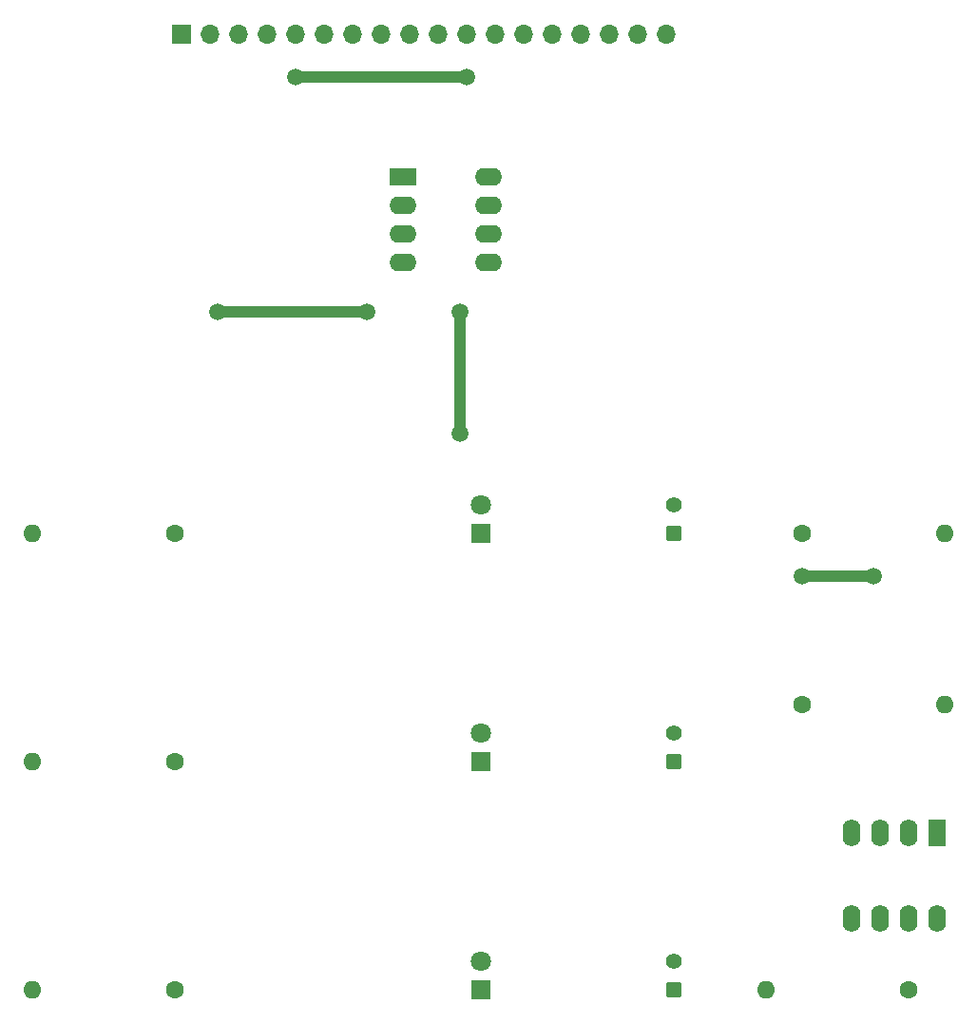
<source format=gbr>
%TF.GenerationSoftware,KiCad,Pcbnew,(5.0.1)-4*%
%TF.CreationDate,2021-04-02T16:30:22+02:00*%
%TF.ProjectId,carte_PhotodectionSuiveurTrans,63617274655F50686F746F6465637469,rev?*%
%TF.SameCoordinates,Original*%
%TF.FileFunction,Copper,L1,Top,Signal*%
%TF.FilePolarity,Positive*%
%FSLAX46Y46*%
G04 Gerber Fmt 4.6, Leading zero omitted, Abs format (unit mm)*
G04 Created by KiCad (PCBNEW (5.0.1)-4) date 02/04/2021 16:30:22*
%MOMM*%
%LPD*%
G01*
G04 APERTURE LIST*
%TA.AperFunction,ComponentPad*%
%ADD10R,1.700000X1.700000*%
%TD*%
%TA.AperFunction,ComponentPad*%
%ADD11O,1.700000X1.700000*%
%TD*%
%TA.AperFunction,ComponentPad*%
%ADD12R,1.800000X1.800000*%
%TD*%
%TA.AperFunction,ComponentPad*%
%ADD13C,1.800000*%
%TD*%
%TA.AperFunction,ComponentPad*%
%ADD14O,1.600000X1.600000*%
%TD*%
%TA.AperFunction,ComponentPad*%
%ADD15C,1.600000*%
%TD*%
%TA.AperFunction,ComponentPad*%
%ADD16R,2.400000X1.600000*%
%TD*%
%TA.AperFunction,ComponentPad*%
%ADD17O,2.400000X1.600000*%
%TD*%
%TA.AperFunction,ComponentPad*%
%ADD18R,1.600000X2.400000*%
%TD*%
%TA.AperFunction,ComponentPad*%
%ADD19O,1.600000X2.400000*%
%TD*%
%TA.AperFunction,ComponentPad*%
%ADD20C,1.400000*%
%TD*%
%TA.AperFunction,Conductor*%
%ADD21C,0.100000*%
%TD*%
%TA.AperFunction,ViaPad*%
%ADD22C,1.500000*%
%TD*%
%TA.AperFunction,Conductor*%
%ADD23C,1.000000*%
%TD*%
G04 APERTURE END LIST*
D10*
%TO.P,J1,1*%
%TO.N,Net-(J1-Pad1)*%
X184150000Y-46355000D03*
D11*
%TO.P,J1,2*%
%TO.N,Net-(J1-Pad2)*%
X186690000Y-46355000D03*
%TO.P,J1,3*%
%TO.N,Net-(J1-Pad3)*%
X189230000Y-46355000D03*
%TO.P,J1,4*%
%TO.N,GND*%
X191770000Y-46355000D03*
%TO.P,J1,5*%
%TO.N,IN1*%
X194310000Y-46355000D03*
%TO.P,J1,6*%
%TO.N,IN2*%
X196850000Y-46355000D03*
%TO.P,J1,7*%
%TO.N,GND*%
X199390000Y-46355000D03*
%TO.P,J1,8*%
%TO.N,OUT1*%
X201930000Y-46355000D03*
%TO.P,J1,9*%
%TO.N,OUT2*%
X204470000Y-46355000D03*
%TO.P,J1,10*%
%TO.N,OUT3*%
X207010000Y-46355000D03*
%TO.P,J1,11*%
%TO.N,IN1*%
X209550000Y-46355000D03*
%TO.P,J1,12*%
%TO.N,GND*%
X212090000Y-46355000D03*
%TO.P,J1,13*%
%TO.N,-15V*%
X214630000Y-46355000D03*
%TO.P,J1,14*%
%TO.N,GND*%
X217170000Y-46355000D03*
%TO.P,J1,15*%
%TO.N,+15V*%
X219710000Y-46355000D03*
%TO.P,J1,16*%
%TO.N,GND*%
X222250000Y-46355000D03*
%TO.P,J1,17*%
%TO.N,5V*%
X224790000Y-46355000D03*
%TO.P,J1,18*%
%TO.N,3.3V*%
X227330000Y-46355000D03*
%TD*%
D12*
%TO.P,D1,1*%
%TO.N,Net-(D1-Pad1)*%
X210820000Y-90805000D03*
D13*
%TO.P,D1,2*%
%TO.N,LED_IN*%
X210820000Y-88265000D03*
%TD*%
%TO.P,D2,2*%
%TO.N,LED_IN*%
X210820000Y-108585000D03*
D12*
%TO.P,D2,1*%
%TO.N,Net-(D2-Pad1)*%
X210820000Y-111125000D03*
%TD*%
%TO.P,D3,1*%
%TO.N,Net-(D3-Pad1)*%
X210820000Y-131445000D03*
D13*
%TO.P,D3,2*%
%TO.N,LED_IN*%
X210820000Y-128905000D03*
%TD*%
D14*
%TO.P,R1,2*%
%TO.N,GND*%
X170815000Y-90805000D03*
D15*
%TO.P,R1,1*%
%TO.N,Net-(D1-Pad1)*%
X183515000Y-90805000D03*
%TD*%
D14*
%TO.P,R2,2*%
%TO.N,GND*%
X170815000Y-111125000D03*
D15*
%TO.P,R2,1*%
%TO.N,Net-(D2-Pad1)*%
X183515000Y-111125000D03*
%TD*%
D14*
%TO.P,R3,2*%
%TO.N,GND*%
X170815000Y-131445000D03*
D15*
%TO.P,R3,1*%
%TO.N,Net-(D3-Pad1)*%
X183515000Y-131445000D03*
%TD*%
%TO.P,R4,1*%
%TO.N,OUT1*%
X239395000Y-90805000D03*
D14*
%TO.P,R4,2*%
%TO.N,GND*%
X252095000Y-90805000D03*
%TD*%
D15*
%TO.P,R5,1*%
%TO.N,Net-(D5-Pad2)*%
X239395000Y-106045000D03*
D14*
%TO.P,R5,2*%
%TO.N,GND*%
X252095000Y-106045000D03*
%TD*%
D15*
%TO.P,R6,1*%
%TO.N,OUT3*%
X248920000Y-131445000D03*
D14*
%TO.P,R6,2*%
%TO.N,Net-(D6-Pad1)*%
X236220000Y-131445000D03*
%TD*%
D16*
%TO.P,U2,1*%
%TO.N,Net-(U2-Pad1)*%
X203835000Y-59055000D03*
D17*
%TO.P,U2,5*%
%TO.N,Net-(U2-Pad5)*%
X211455000Y-66675000D03*
%TO.P,U2,2*%
%TO.N,LED_IN*%
X203835000Y-61595000D03*
%TO.P,U2,6*%
X211455000Y-64135000D03*
%TO.P,U2,3*%
%TO.N,IN1*%
X203835000Y-64135000D03*
%TO.P,U2,7*%
%TO.N,+15V*%
X211455000Y-61595000D03*
%TO.P,U2,4*%
%TO.N,-15V*%
X203835000Y-66675000D03*
%TO.P,U2,8*%
%TO.N,Net-(U2-Pad8)*%
X211455000Y-59055000D03*
%TD*%
D18*
%TO.P,U1,1*%
%TO.N,OUT2*%
X251460000Y-117475000D03*
D19*
%TO.P,U1,5*%
%TO.N,GND*%
X243840000Y-125095000D03*
%TO.P,U1,2*%
%TO.N,OUT2*%
X248920000Y-117475000D03*
%TO.P,U1,6*%
%TO.N,Net-(D6-Pad1)*%
X246380000Y-125095000D03*
%TO.P,U1,3*%
%TO.N,Net-(D5-Pad2)*%
X246380000Y-117475000D03*
%TO.P,U1,7*%
%TO.N,OUT3*%
X248920000Y-125095000D03*
%TO.P,U1,4*%
%TO.N,-15V*%
X243840000Y-117475000D03*
%TO.P,U1,8*%
%TO.N,+15V*%
X251460000Y-125095000D03*
%TD*%
D20*
%TO.P,D4,2*%
%TO.N,OUT1*%
X227965000Y-88265000D03*
D21*
%TD*%
%TO.N,+15V*%
%TO.C,D4*%
G36*
X228440226Y-90126200D02*
X228464417Y-90129788D01*
X228488139Y-90135730D01*
X228511165Y-90143969D01*
X228533272Y-90154425D01*
X228554248Y-90166998D01*
X228573891Y-90181566D01*
X228592011Y-90197989D01*
X228608434Y-90216109D01*
X228623002Y-90235752D01*
X228635575Y-90256728D01*
X228646031Y-90278835D01*
X228654270Y-90301861D01*
X228660212Y-90325583D01*
X228663800Y-90349774D01*
X228665000Y-90374200D01*
X228665000Y-91275800D01*
X228663800Y-91300226D01*
X228660212Y-91324417D01*
X228654270Y-91348139D01*
X228646031Y-91371165D01*
X228635575Y-91393272D01*
X228623002Y-91414248D01*
X228608434Y-91433891D01*
X228592011Y-91452011D01*
X228573891Y-91468434D01*
X228554248Y-91483002D01*
X228533272Y-91495575D01*
X228511165Y-91506031D01*
X228488139Y-91514270D01*
X228464417Y-91520212D01*
X228440226Y-91523800D01*
X228415800Y-91525000D01*
X227514200Y-91525000D01*
X227489774Y-91523800D01*
X227465583Y-91520212D01*
X227441861Y-91514270D01*
X227418835Y-91506031D01*
X227396728Y-91495575D01*
X227375752Y-91483002D01*
X227356109Y-91468434D01*
X227337989Y-91452011D01*
X227321566Y-91433891D01*
X227306998Y-91414248D01*
X227294425Y-91393272D01*
X227283969Y-91371165D01*
X227275730Y-91348139D01*
X227269788Y-91324417D01*
X227266200Y-91300226D01*
X227265000Y-91275800D01*
X227265000Y-90374200D01*
X227266200Y-90349774D01*
X227269788Y-90325583D01*
X227275730Y-90301861D01*
X227283969Y-90278835D01*
X227294425Y-90256728D01*
X227306998Y-90235752D01*
X227321566Y-90216109D01*
X227337989Y-90197989D01*
X227356109Y-90181566D01*
X227375752Y-90166998D01*
X227396728Y-90154425D01*
X227418835Y-90143969D01*
X227441861Y-90135730D01*
X227465583Y-90129788D01*
X227489774Y-90126200D01*
X227514200Y-90125000D01*
X228415800Y-90125000D01*
X228440226Y-90126200D01*
X228440226Y-90126200D01*
G37*
D20*
%TO.P,D4,1*%
%TO.N,+15V*%
X227965000Y-90825000D03*
%TD*%
D21*
%TO.N,+15V*%
%TO.C,D5*%
G36*
X228440226Y-110446200D02*
X228464417Y-110449788D01*
X228488139Y-110455730D01*
X228511165Y-110463969D01*
X228533272Y-110474425D01*
X228554248Y-110486998D01*
X228573891Y-110501566D01*
X228592011Y-110517989D01*
X228608434Y-110536109D01*
X228623002Y-110555752D01*
X228635575Y-110576728D01*
X228646031Y-110598835D01*
X228654270Y-110621861D01*
X228660212Y-110645583D01*
X228663800Y-110669774D01*
X228665000Y-110694200D01*
X228665000Y-111595800D01*
X228663800Y-111620226D01*
X228660212Y-111644417D01*
X228654270Y-111668139D01*
X228646031Y-111691165D01*
X228635575Y-111713272D01*
X228623002Y-111734248D01*
X228608434Y-111753891D01*
X228592011Y-111772011D01*
X228573891Y-111788434D01*
X228554248Y-111803002D01*
X228533272Y-111815575D01*
X228511165Y-111826031D01*
X228488139Y-111834270D01*
X228464417Y-111840212D01*
X228440226Y-111843800D01*
X228415800Y-111845000D01*
X227514200Y-111845000D01*
X227489774Y-111843800D01*
X227465583Y-111840212D01*
X227441861Y-111834270D01*
X227418835Y-111826031D01*
X227396728Y-111815575D01*
X227375752Y-111803002D01*
X227356109Y-111788434D01*
X227337989Y-111772011D01*
X227321566Y-111753891D01*
X227306998Y-111734248D01*
X227294425Y-111713272D01*
X227283969Y-111691165D01*
X227275730Y-111668139D01*
X227269788Y-111644417D01*
X227266200Y-111620226D01*
X227265000Y-111595800D01*
X227265000Y-110694200D01*
X227266200Y-110669774D01*
X227269788Y-110645583D01*
X227275730Y-110621861D01*
X227283969Y-110598835D01*
X227294425Y-110576728D01*
X227306998Y-110555752D01*
X227321566Y-110536109D01*
X227337989Y-110517989D01*
X227356109Y-110501566D01*
X227375752Y-110486998D01*
X227396728Y-110474425D01*
X227418835Y-110463969D01*
X227441861Y-110455730D01*
X227465583Y-110449788D01*
X227489774Y-110446200D01*
X227514200Y-110445000D01*
X228415800Y-110445000D01*
X228440226Y-110446200D01*
X228440226Y-110446200D01*
G37*
D20*
%TD*%
%TO.P,D5,1*%
%TO.N,+15V*%
X227965000Y-111145000D03*
%TO.P,D5,2*%
%TO.N,Net-(D5-Pad2)*%
X227965000Y-108585000D03*
%TD*%
%TO.P,D6,2*%
%TO.N,-15V*%
X227965000Y-128905000D03*
D21*
%TD*%
%TO.N,Net-(D6-Pad1)*%
%TO.C,D6*%
G36*
X228440226Y-130766200D02*
X228464417Y-130769788D01*
X228488139Y-130775730D01*
X228511165Y-130783969D01*
X228533272Y-130794425D01*
X228554248Y-130806998D01*
X228573891Y-130821566D01*
X228592011Y-130837989D01*
X228608434Y-130856109D01*
X228623002Y-130875752D01*
X228635575Y-130896728D01*
X228646031Y-130918835D01*
X228654270Y-130941861D01*
X228660212Y-130965583D01*
X228663800Y-130989774D01*
X228665000Y-131014200D01*
X228665000Y-131915800D01*
X228663800Y-131940226D01*
X228660212Y-131964417D01*
X228654270Y-131988139D01*
X228646031Y-132011165D01*
X228635575Y-132033272D01*
X228623002Y-132054248D01*
X228608434Y-132073891D01*
X228592011Y-132092011D01*
X228573891Y-132108434D01*
X228554248Y-132123002D01*
X228533272Y-132135575D01*
X228511165Y-132146031D01*
X228488139Y-132154270D01*
X228464417Y-132160212D01*
X228440226Y-132163800D01*
X228415800Y-132165000D01*
X227514200Y-132165000D01*
X227489774Y-132163800D01*
X227465583Y-132160212D01*
X227441861Y-132154270D01*
X227418835Y-132146031D01*
X227396728Y-132135575D01*
X227375752Y-132123002D01*
X227356109Y-132108434D01*
X227337989Y-132092011D01*
X227321566Y-132073891D01*
X227306998Y-132054248D01*
X227294425Y-132033272D01*
X227283969Y-132011165D01*
X227275730Y-131988139D01*
X227269788Y-131964417D01*
X227266200Y-131940226D01*
X227265000Y-131915800D01*
X227265000Y-131014200D01*
X227266200Y-130989774D01*
X227269788Y-130965583D01*
X227275730Y-130941861D01*
X227283969Y-130918835D01*
X227294425Y-130896728D01*
X227306998Y-130875752D01*
X227321566Y-130856109D01*
X227337989Y-130837989D01*
X227356109Y-130821566D01*
X227375752Y-130806998D01*
X227396728Y-130794425D01*
X227418835Y-130783969D01*
X227441861Y-130775730D01*
X227465583Y-130769788D01*
X227489774Y-130766200D01*
X227514200Y-130765000D01*
X228415800Y-130765000D01*
X228440226Y-130766200D01*
X228440226Y-130766200D01*
G37*
D20*
%TO.P,D6,1*%
%TO.N,Net-(D6-Pad1)*%
X227965000Y-131465000D03*
%TD*%
D22*
%TO.N,LED_IN*%
X187325000Y-71120000D03*
X187325000Y-71120000D03*
X200660000Y-71120000D03*
%TO.N,IN1*%
X194310000Y-50165000D03*
X209550000Y-50165000D03*
%TO.N,-15V*%
X208915000Y-81915000D03*
X208915000Y-71120000D03*
%TO.N,+15V*%
X245745000Y-94615000D03*
X239395000Y-94615000D03*
%TD*%
D23*
%TO.N,LED_IN*%
X187325000Y-71120000D02*
X200660000Y-71120000D01*
%TO.N,IN1*%
X194310000Y-50165000D02*
X209550000Y-50165000D01*
%TO.N,-15V*%
X208915000Y-81915000D02*
X208915000Y-71120000D01*
%TO.N,+15V*%
X245745000Y-94615000D02*
X239395000Y-94615000D01*
%TD*%
M02*

</source>
